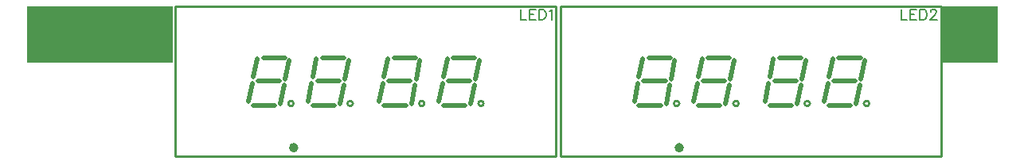
<source format=gto>
G04 Layer: TopSilkscreenLayer*
G04 EasyEDA v6.5.9, 2023-12-18 21:36:12*
G04 Gerber Generator version 0.2*
G04 Scale: 100 percent, Rotated: No, Reflected: No *
G04 Dimensions in millimeters *
G04 leading zeros omitted , absolute positions ,4 integer and 5 decimal *
%FSLAX45Y45*%
%MOMM*%

%ADD10C,0.1524*%
%ADD11C,0.5000*%
%ADD12C,0.2540*%

%LPD*%
D10*
X6149977Y5265305D02*
G01*
X6149977Y5156339D01*
X6149977Y5156339D02*
G01*
X6212207Y5156339D01*
X6246497Y5265305D02*
G01*
X6246497Y5156339D01*
X6246497Y5265305D02*
G01*
X6314061Y5265305D01*
X6246497Y5213489D02*
G01*
X6288153Y5213489D01*
X6246497Y5156339D02*
G01*
X6314061Y5156339D01*
X6348351Y5265305D02*
G01*
X6348351Y5156339D01*
X6348351Y5265305D02*
G01*
X6384927Y5265305D01*
X6400421Y5260225D01*
X6410835Y5249811D01*
X6415915Y5239397D01*
X6421249Y5223649D01*
X6421249Y5197741D01*
X6415915Y5182247D01*
X6410835Y5171833D01*
X6400421Y5161419D01*
X6384927Y5156339D01*
X6348351Y5156339D01*
X6455539Y5244477D02*
G01*
X6465953Y5249811D01*
X6481447Y5265305D01*
X6481447Y5156339D01*
X10199969Y5265305D02*
G01*
X10199969Y5156339D01*
X10199969Y5156339D02*
G01*
X10262199Y5156339D01*
X10296489Y5265305D02*
G01*
X10296489Y5156339D01*
X10296489Y5265305D02*
G01*
X10364053Y5265305D01*
X10296489Y5213489D02*
G01*
X10338145Y5213489D01*
X10296489Y5156339D02*
G01*
X10364053Y5156339D01*
X10398343Y5265305D02*
G01*
X10398343Y5156339D01*
X10398343Y5265305D02*
G01*
X10434919Y5265305D01*
X10450413Y5260225D01*
X10460827Y5249811D01*
X10465907Y5239397D01*
X10471241Y5223649D01*
X10471241Y5197741D01*
X10465907Y5182247D01*
X10460827Y5171833D01*
X10450413Y5161419D01*
X10434919Y5156339D01*
X10398343Y5156339D01*
X10510611Y5239397D02*
G01*
X10510611Y5244477D01*
X10515945Y5254891D01*
X10521025Y5260225D01*
X10531439Y5265305D01*
X10552267Y5265305D01*
X10562681Y5260225D01*
X10567761Y5254891D01*
X10573095Y5244477D01*
X10573095Y5234063D01*
X10567761Y5223649D01*
X10557347Y5208155D01*
X10505531Y5156339D01*
X10578175Y5156339D01*
D11*
X3689781Y4720107D02*
G01*
X3649903Y4520209D01*
X3639784Y4460107D02*
G01*
X3599906Y4260209D01*
X3309838Y4240143D02*
G01*
X3539962Y4240143D01*
X3299792Y4480143D02*
G01*
X3259792Y4280143D01*
X3359835Y4500143D02*
G01*
X3589959Y4500143D01*
X3349790Y4740142D02*
G01*
X3309790Y4540143D01*
X3414732Y4750142D02*
G01*
X3644846Y4750142D01*
D12*
X2474795Y5300144D02*
G01*
X6524787Y5300141D01*
X6524787Y5300144D02*
G01*
X6524787Y3700145D01*
D11*
X3989788Y4500143D02*
G01*
X4219912Y4500143D01*
X3979743Y4740142D02*
G01*
X3939743Y4540143D01*
X4319734Y4720107D02*
G01*
X4279856Y4520209D01*
X4044685Y4750142D02*
G01*
X4274799Y4750142D01*
X3939791Y4240143D02*
G01*
X4169915Y4240143D01*
X3929745Y4480143D02*
G01*
X3889745Y4280143D01*
X4269737Y4460107D02*
G01*
X4229859Y4260209D01*
X4749787Y4500143D02*
G01*
X4979911Y4500143D01*
X4739741Y4740142D02*
G01*
X4699741Y4540143D01*
X5079733Y4720107D02*
G01*
X5039855Y4520209D01*
X4804684Y4750142D02*
G01*
X5034798Y4750142D01*
X4699789Y4240143D02*
G01*
X4929913Y4240143D01*
X4689744Y4480143D02*
G01*
X4649744Y4280143D01*
X5029735Y4460107D02*
G01*
X4989857Y4260209D01*
X5379740Y4500143D02*
G01*
X5609864Y4500143D01*
X5369694Y4740142D02*
G01*
X5329694Y4540143D01*
X5709686Y4720107D02*
G01*
X5669808Y4520209D01*
X5434637Y4750142D02*
G01*
X5664751Y4750142D01*
X5329742Y4240143D02*
G01*
X5559866Y4240143D01*
X5319697Y4480143D02*
G01*
X5279697Y4280143D01*
X5659688Y4460107D02*
G01*
X5619810Y4260209D01*
D12*
X6524787Y3700142D02*
G01*
X2474795Y3700145D01*
X2474795Y3700142D02*
G01*
X2474795Y5300141D01*
D11*
X7789773Y4720107D02*
G01*
X7749895Y4520209D01*
X7739776Y4460107D02*
G01*
X7699898Y4260209D01*
X7409830Y4240143D02*
G01*
X7639954Y4240143D01*
X7399784Y4480143D02*
G01*
X7359784Y4280143D01*
X7459827Y4500143D02*
G01*
X7689951Y4500143D01*
X7449781Y4740142D02*
G01*
X7409781Y4540143D01*
X7514724Y4750142D02*
G01*
X7744838Y4750142D01*
D12*
X6574787Y5300144D02*
G01*
X10624779Y5300141D01*
X10624779Y5300144D02*
G01*
X10624779Y3700145D01*
D11*
X8089780Y4500143D02*
G01*
X8319904Y4500143D01*
X8079734Y4740142D02*
G01*
X8039734Y4540143D01*
X8419726Y4720107D02*
G01*
X8379848Y4520209D01*
X8144677Y4750142D02*
G01*
X8374791Y4750142D01*
X8039783Y4240143D02*
G01*
X8269907Y4240143D01*
X8029737Y4480143D02*
G01*
X7989737Y4280143D01*
X8369729Y4460107D02*
G01*
X8329851Y4260209D01*
X8849779Y4500143D02*
G01*
X9079903Y4500143D01*
X8839733Y4740142D02*
G01*
X8799733Y4540143D01*
X9179725Y4720107D02*
G01*
X9139847Y4520209D01*
X8904676Y4750142D02*
G01*
X9134789Y4750142D01*
X8799781Y4240143D02*
G01*
X9029905Y4240143D01*
X8789736Y4480143D02*
G01*
X8749736Y4280143D01*
X9129727Y4460107D02*
G01*
X9089849Y4260209D01*
X9479732Y4500143D02*
G01*
X9709856Y4500143D01*
X9469686Y4740142D02*
G01*
X9429686Y4540143D01*
X9809678Y4720107D02*
G01*
X9769800Y4520209D01*
X9534629Y4750142D02*
G01*
X9764742Y4750142D01*
X9429734Y4240143D02*
G01*
X9659858Y4240143D01*
X9419689Y4480143D02*
G01*
X9379689Y4280143D01*
X9759680Y4460107D02*
G01*
X9719802Y4260209D01*
D12*
X10624779Y3700142D02*
G01*
X6574787Y3700145D01*
X6574787Y3700142D02*
G01*
X6574787Y5300141D01*
G75*
G01
X3738093Y4260139D02*
G03X3738093Y4260139I-28296J0D01*
G75*
G01
X4368038Y4260139D02*
G03X4368038Y4260139I-28296J0D01*
G75*
G01
X5128031Y4260139D02*
G03X5128031Y4260139I-28296J0D01*
G75*
G01
X5758002Y4260139D02*
G03X5758002Y4260139I-28296J0D01*
D11*
G75*
G01
X3762985Y3788791D02*
G03X3762985Y3788791I-24994J0D01*
D12*
G75*
G01
X7838084Y4260139D02*
G03X7838084Y4260139I-28296J0D01*
G75*
G01
X8468030Y4260139D02*
G03X8468030Y4260139I-28296J0D01*
G75*
G01
X9228023Y4260139D02*
G03X9228023Y4260139I-28296J0D01*
G75*
G01
X9857994Y4260139D02*
G03X9857994Y4260139I-28296J0D01*
D11*
G75*
G01
X7862976Y3788791D02*
G03X7862976Y3788791I-24994J0D01*
G36*
X899998Y5299989D02*
G01*
X2450007Y5299989D01*
X2450007Y4699990D01*
X899998Y4699990D01*
G37*
G36*
X10624972Y5299989D02*
G01*
X11224971Y5299989D01*
X11224971Y4699990D01*
X10624972Y4699990D01*
G37*
M02*

</source>
